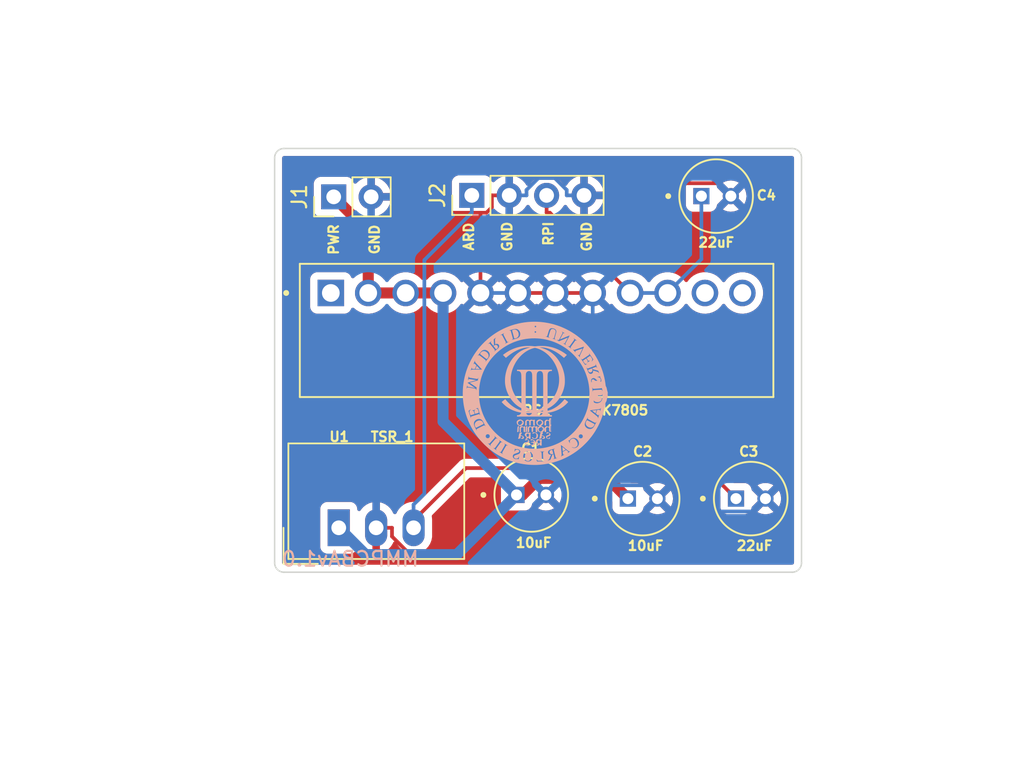
<source format=kicad_pcb>
(kicad_pcb (version 20211014) (generator pcbnew)
  (title_block (title "PCB_Alimentacion") (date "2023-06-17") (company "UC3M") (comment 1 "Placa para alimentar la Raspberry y el Arduino."))
  (layers (0 "F.Cu" signal) (31 "B.Cu" signal) (34 "B.Paste" user) (35 "F.Paste" user) (36 "B.SilkS" user "B.Silkscreen") (37 "F.SilkS" user "F.Silkscreen") (38 "B.Mask" user) (39 "F.Mask" user) (44 "Edge.Cuts" user))
  (net 0 "")
  (net 1 "PWR")
  (net 2 "GND")
  (net 3 "PWR_Arduino")
  (net 4 "PWR_Raspberry")
  (footprint "Converter_DCDC:Converter_DCDC_TRACO_TSR-1_THT" (layer "F.Cu") (at 118.9675 97.3825)
    (fp_text reference "U1" (at 0.0325 -6.1825) (layer "F.SilkS") (effects (font (size 0.65 0.65))))
    (fp_text value "TSR_1-2490")
    (pad "1" thru_hole rect (at 0 0) (size 1.5 2.5) (drill 1) (layers *.Cu *.Mask) (net 1 "PWR"))
    (pad "2" thru_hole oval (at 2.54 0) (size 1.5 2.5) (drill 1) (layers *.Cu *.Mask) (net 2 "GND"))
    (pad "3" thru_hole oval (at 5.08 0) (size 1.5 2.5) (drill 1) (layers *.Cu *.Mask) (net 3 "PWR_Arduino"))
  )
  (footprint "EEUFC1H150:CAPPRD200W50D500H1100" (layer "F.Cu") (at 144.5875 74.85)
    (fp_text reference "C4" (at 3.4125 -0.05) (layer "F.SilkS") (effects (font (size 0.65 0.65))))
    (fp_text value "EEUFC1H150")
    (pad "N" thru_hole circle locked (at 1 0) (size 1.1 1.1) (drill 0.75) (layers *.Cu *.Mask) (net 2 "GND"))
    (pad "P" thru_hole rect locked (at -1 0) (size 1.1 1.1) (drill 0.75) (layers *.Cu *.Mask) (net 4 "PWR_Raspberry"))
  )
  (footprint "K7805-3AR3:CONV_K7805-3AR3" (layer "F.Cu") (at 132.4 83.975)
    (fp_text reference "PS1" (at 0 5.425) (layer "F.SilkS") (effects (font (size 0.65 0.65))))
    (fp_text value "K7805-3AR3")
    (pad "1" thru_hole rect locked (at -13.97 -2.545) (size 1.8 1.8) (drill 1.2) (layers *.Cu *.Mask))
    (pad "2" thru_hole circle locked (at -11.43 -2.545) (size 1.8 1.8) (drill 1.2) (layers *.Cu *.Mask) (net 1 "PWR"))
    (pad "3" thru_hole circle locked (at -8.89 -2.545) (size 1.8 1.8) (drill 1.2) (layers *.Cu *.Mask) (net 1 "PWR"))
    (pad "4" thru_hole circle locked (at -6.35 -2.545) (size 1.8 1.8) (drill 1.2) (layers *.Cu *.Mask) (net 1 "PWR"))
    (pad "5" thru_hole circle locked (at -3.81 -2.545) (size 1.8 1.8) (drill 1.2) (layers *.Cu *.Mask) (net 2 "GND"))
    (pad "6" thru_hole circle locked (at -1.27 -2.545) (size 1.8 1.8) (drill 1.2) (layers *.Cu *.Mask) (net 2 "GND"))
    (pad "7" thru_hole circle locked (at 1.27 -2.545) (size 1.8 1.8) (drill 1.2) (layers *.Cu *.Mask) (net 2 "GND"))
    (pad "8" thru_hole circle locked (at 3.81 -2.545) (size 1.8 1.8) (drill 1.2) (layers *.Cu *.Mask) (net 2 "GND"))
    (pad "9" thru_hole circle locked (at 6.35 -2.545) (size 1.8 1.8) (drill 1.2) (layers *.Cu *.Mask) (net 4 "PWR_Raspberry"))
    (pad "10" thru_hole circle locked (at 8.89 -2.545) (size 1.8 1.8) (drill 1.2) (layers *.Cu *.Mask) (net 4 "PWR_Raspberry"))
    (pad "11" thru_hole circle locked (at 11.43 -2.545) (size 1.8 1.8) (drill 1.2) (layers *.Cu *.Mask))
    (pad "12" thru_hole circle locked (at 13.97 -2.545) (size 1.8 1.8) (drill 1.2) (layers *.Cu *.Mask))
  )
  (footprint "Connector_PinHeader_2.54mm:PinHeader_1x04_P2.54mm_Vertical" (layer "F.Cu") (at 128 74.8 90)
    (fp_text reference "J2" (at 0 -2.33 90) (layer "F.SilkS"))
    (fp_text value "Conn_01x04")
    (pad "1" thru_hole rect (at 0 0 90) (size 1.7 1.7) (drill 1) (layers *.Cu *.Mask) (net 3 "PWR_Arduino"))
    (pad "2" thru_hole oval (at 0 2.54 90) (size 1.7 1.7) (drill 1) (layers *.Cu *.Mask) (net 2 "GND"))
    (pad "3" thru_hole oval (at 0 5.08 90) (size 1.7 1.7) (drill 1) (layers *.Cu *.Mask) (net 4 "PWR_Raspberry"))
    (pad "4" thru_hole oval (at 0 7.62 90) (size 1.7 1.7) (drill 1) (layers *.Cu *.Mask) (net 2 "GND"))
  )
  (footprint "EEUFC1H150:CAPPRD200W50D500H1100" (layer "F.Cu") (at 146.9375 95.4)
    (fp_text reference "C3" (at -0.1375 -3.2) (layer "F.SilkS") (effects (font (size 0.65 0.65))))
    (fp_text value "EEUFC1H150")
    (pad "N" thru_hole circle locked (at 1 0) (size 1.1 1.1) (drill 0.75) (layers *.Cu *.Mask) (net 2 "GND"))
    (pad "P" thru_hole rect locked (at -1 0) (size 1.1 1.1) (drill 0.75) (layers *.Cu *.Mask) (net 3 "PWR_Arduino"))
  )
  (footprint "EEUFC1H150:CAPPRD200W50D500H1100" (layer "F.Cu") (at 139.6 95.4)
    (fp_text reference "C2" (at 0 -3.2) (layer "F.SilkS") (effects (font (size 0.65 0.65))))
    (fp_text value "EEUFC1H150")
    (pad "N" thru_hole circle locked (at 1 0) (size 1.1 1.1) (drill 0.75) (layers *.Cu *.Mask) (net 2 "GND"))
    (pad "P" thru_hole rect locked (at -1 0) (size 1.1 1.1) (drill 0.75) (layers *.Cu *.Mask) (net 1 "PWR"))
  )
  (footprint "Connector_PinHeader_2.54mm:PinHeader_1x02_P2.54mm_Vertical" (layer "F.Cu") (at 118.625 74.9 90)
    (fp_text reference "J1" (at 0 -2.33 90) (layer "F.SilkS"))
    (fp_text value "Conn_01x02")
    (pad "1" thru_hole rect (at 0 0 90) (size 1.7 1.7) (drill 1) (layers *.Cu *.Mask) (net 1 "PWR"))
    (pad "2" thru_hole oval (at 0 2.54 90) (size 1.7 1.7) (drill 1) (layers *.Cu *.Mask) (net 2 "GND"))
  )
  (footprint "EEUFC1H150:CAPPRD200W50D500H1100" (layer "F.Cu") (at 132.0375 95.15)
    (fp_text reference "C1" (at -0.0375 -3.15) (layer "F.SilkS") (effects (font (size 0.65 0.65))))
    (fp_text value "EEUFC1H150")
    (pad "N" thru_hole circle locked (at 1 0) (size 1.1 1.1) (drill 0.75) (layers *.Cu *.Mask) (net 2 "GND"))
    (pad "P" thru_hole rect locked (at -1 0) (size 1.1 1.1) (drill 0.75) (layers *.Cu *.Mask) (net 1 "PWR"))
  )
  (footprint "Logo:Logo2" (layer "B.Cu") (at 132.25 88.25 180)
    (fp_text reference "G" (at -4.354193 -0.133442) (layer "B.SilkS") (effects (font (size 1.524 1.524) (thickness 0.3)) (justify mirror)))
    (fp_text value "L" hide)
  )
  (gr_arc (start 149.750987 71.614013) (mid 150.2 71.8) (end 150.385987 72.249013) (layer "Edge.Cuts") (width 0.1))
  (gr_arc (start 115.249013 100.4) (mid 114.8 100.214013) (end 114.614013 99.765) (layer "Edge.Cuts") (width 0.1))
  (gr_line (start 114.614013 99.765) (end 114.614013 72.249013) (layer "Edge.Cuts") (width 0.1))
  (gr_line (start 149.750987 100.4) (end 115.249013 100.4) (layer "Edge.Cuts") (width 0.1))
  (gr_arc (start 114.614013 72.249013) (mid 114.8 71.8) (end 115.249013 71.614013) (layer "Edge.Cuts") (width 0.1))
  (gr_line (start 150.385987 72.249013) (end 150.385987 99.765) (layer "Edge.Cuts") (width 0.1))
  (gr_line (start 149.750987 71.614013) (end 115.249013 71.614013) (layer "Edge.Cuts") (width 0.1))
  (gr_arc (start 150.385987 99.765) (mid 150.2 100.214013) (end 149.750987 100.4) (layer "Edge.Cuts") (width 0.1))
  (gr_text "MMPCBAv1.0" (at 119.75 99.5) (layer "B.SilkS") (effects (font (size 1 1)) (justify mirror)))
  (gr_text "PWR" (at 118.625 77.8 90) (layer "F.SilkS") (effects (font (size 0.65 0.65))))
  (gr_text "RPI" (at 133.2 77.4 90) (layer "F.SilkS") (effects (font (size 0.65 0.65))))
  (gr_text "GND" (at 130.4 77.6 90) (layer "F.SilkS") (effects (font (size 0.65 0.65))))
  (gr_text "ARD" (at 127.8 77.6 90) (layer "F.SilkS") (effects (font (size 0.65 0.65))))
  (gr_text "GND" (at 121.4 77.8 90) (layer "F.SilkS") (effects (font (size 0.65 0.65))))
  (gr_text "22uF" (at 147.2 98.6) (layer "F.SilkS") (effects (font (size 0.65 0.65))))
  (gr_text "10uF" (at 132.2 98.4) (layer "F.SilkS") (effects (font (size 0.65 0.65))))
  (gr_text "22uF" (at 144.6 78) (layer "F.SilkS") (effects (font (size 0.65 0.65))))
  (gr_text "K7805" (at 138.4 89.4) (layer "F.SilkS") (effects (font (size 0.65 0.65))))
  (gr_text "GND" (at 135.8 77.6 90) (layer "F.SilkS") (effects (font (size 0.65 0.65))))
  (gr_text "10uF" (at 139.8 98.6) (layer "F.SilkS") (effects (font (size 0.65 0.65))))
  (gr_text "TSR_1" (at 122.6 91.2) (layer "F.SilkS") (effects (font (size 0.65 0.65))))
  (segment (start 120.97 77.245) (end 120.97 81.43) (width 0.75) (layer "F.Cu") (net 1))
  (segment (start 137.225489 94.025489) (end 138.6 95.4) (width 0.75) (layer "F.Cu") (net 1))
  (segment (start 120.97 81.43) (end 123.51 81.43) (width 0.75) (layer "F.Cu") (net 1))
  (segment (start 118.625 74.9) (end 120.97 77.245) (width 0.75) (layer "F.Cu") (net 1))
  (segment (start 123.51 81.43) (end 126.05 81.43) (width 0.75) (layer "F.Cu") (net 1))
  (segment (start 131.4472 95.15) (end 132.571711 94.025489) (width 0.75) (layer "F.Cu") (net 1))
  (segment (start 132.571711 94.025489) (end 137.225489 94.025489) (width 0.75) (layer "F.Cu") (net 1))
  (segment (start 131.0375 95.15) (end 131.4472 95.15) (width 0.75) (layer "F.Cu") (net 1))
  (segment (start 126.05 81.43) (end 126.05 90.1625) (width 0.75) (layer "B.Cu") (net 1))
  (segment (start 126.98048 99.20702) (end 131.0375 95.15) (width 0.75) (layer "B.Cu") (net 1))
  (segment (start 118.9675 97.3825) (end 120.79202 99.20702) (width 0.75) (layer "B.Cu") (net 1))
  (segment (start 120.79202 99.20702) (end 126.98048 99.20702) (width 0.75) (layer "B.Cu") (net 1))
  (segment (start 126.05 90.1625) (end 131.0375 95.15) (width 0.75) (layer "B.Cu") (net 1))
  (segment (start 144.7122 73.9747) (end 137.6206 73.9747) (width 0.25) (layer "F.Cu") (net 2))
  (segment (start 133.0375 95.15) (end 129.225 98.9625) (width 0.25) (layer "F.Cu") (net 2))
  (segment (start 136.21 81.43) (end 133.67 81.43) (width 0.25) (layer "F.Cu") (net 2))
  (segment (start 133.67 81.43) (end 131.13 81.43) (width 0.25) (layer "F.Cu") (net 2))
  (segment (start 122.5828 97.9706) (end 122.5828 97.3825) (width 0.25) (layer "F.Cu") (net 2))
  (segment (start 121.165 74.9) (end 122.3403 74.9) (width 0.25) (layer "F.Cu") (net 2))
  (segment (start 121.5075 97.3825) (end 122.5828 97.3825) (width 0.25) (layer "F.Cu") (net 2))
  (segment (start 128.59 81.43) (end 128.59 75.9794) (width 0.25) (layer "F.Cu") (net 2))
  (segment (start 130.54 74.8) (end 129.3647 74.8) (width 0.25) (layer "F.Cu") (net 2))
  (segment (start 129.3647 74.8) (end 129.3647 75.608) (width 0.25) (layer "F.Cu") (net 2))
  (segment (start 129.225 98.9625) (end 123.5747 98.9625) (width 0.25) (layer "F.Cu") (net 2))
  (segment (start 145.5875 74.85) (end 144.7122 73.9747) (width 0.25) (layer "F.Cu") (net 2))
  (segment (start 123.4197 75.9794) (end 122.3403 74.9) (width 0.25) (layer "F.Cu") (net 2))
  (segment (start 128.9933 75.9794) (end 128.59 75.9794) (width 0.25) (layer "F.Cu") (net 2))
  (segment (start 135.62 74.8) (end 136.7953 74.8) (width 0.25) (layer "F.Cu") (net 2))
  (segment (start 137.6206 73.9747) (end 136.7953 74.8) (width 0.25) (layer "F.Cu") (net 2))
  (segment (start 128.59 75.9794) (end 123.4197 75.9794) (width 0.25) (layer "F.Cu") (net 2))
  (segment (start 123.5747 98.9625) (end 122.5828 97.9706) (width 0.25) (layer "F.Cu") (net 2))
  (segment (start 129.3647 75.608) (end 128.9933 75.9794) (width 0.25) (layer "F.Cu") (net 2))
  (segment (start 130.54 74.8) (end 131.7153 74.8) (width 0.25) (layer "B.Cu") (net 2))
  (segment (start 133.6931 94.4944) (end 136.21 94.4944) (width 0.25) (layer "B.Cu") (net 2))
  (segment (start 136.21 94.4944) (end 139.6944 94.4944) (width 0.25) (layer "B.Cu") (net 2))
  (segment (start 134.4447 74.8) (end 134.4447 74.4327) (width 0.25) (layer "B.Cu") (net 2))
  (segment (start 132.5232 73.6247) (end 131.7153 74.4326) (width 0.25) (layer "B.Cu") (net 2))
  (segment (start 135.62 74.8) (end 134.4447 74.8) (width 0.25) (layer "B.Cu") (net 2))
  (segment (start 128.59 81.43) (end 131.13 81.43) (width 0.25) (layer "B.Cu") (net 2))
  (segment (start 147.0621 96.2754) (end 141.4754 96.2754) (width 0.25) (layer "B.Cu") (net 2))
  (segment (start 133.0375 95.15) (end 133.6931 94.4944) (width 0.25) (layer "B.Cu") (net 2))
  (segment (start 131.7153 74.4326) (end 131.7153 74.8) (width 0.25) (layer "B.Cu") (net 2))
  (segment (start 147.9375 95.4) (end 147.0621 96.2754) (width 0.25) (layer "B.Cu") (net 2))
  (segment (start 139.6944 94.4944) (end 140.6 95.4) (width 0.25) (layer "B.Cu") (net 2))
  (segment (start 133.6367 73.6247) (end 132.5232 73.6247) (width 0.25) (layer "B.Cu") (net 2))
  (segment (start 134.4447 74.4327) (end 133.6367 73.6247) (width 0.25) (layer "B.Cu") (net 2))
  (segment (start 141.4754 96.2754) (end 140.6 95.4) (width 0.25) (layer "B.Cu") (net 2))
  (segment (start 136.21 94.4944) (end 136.21 81.43) (width 0.25) (layer "B.Cu") (net 2))
  (segment (start 143.863479 93.325979) (end 127.604021 93.325979) (width 0.25) (layer "F.Cu") (net 3))
  (segment (start 127.604021 93.325979) (end 124.0475 96.8825) (width 0.25) (layer "F.Cu") (net 3))
  (segment (start 124.0475 96.8825) (end 124.0475 97.3825) (width 0.25) (layer "F.Cu") (net 3))
  (segment (start 145.9375 95.4) (end 143.863479 93.325979) (width 0.25) (layer "F.Cu") (net 3))
  (segment (start 124.0475 95.8072) (end 124.78 95.0747) (width 0.25) (layer "B.Cu") (net 3))
  (segment (start 124.78 95.0747) (end 124.78 79.1953) (width 0.25) (layer "B.Cu") (net 3))
  (segment (start 124.78 79.1953) (end 128 75.9753) (width 0.25) (layer "B.Cu") (net 3))
  (segment (start 128 74.8) (end 128 75.9753) (width 0.25) (layer "B.Cu") (net 3))
  (segment (start 124.0475 97.3825) (end 124.0475 95.8072) (width 0.25) (layer "B.Cu") (net 3))
  (segment (start 138.75 81.43) (end 133.2953 75.9753) (width 0.25) (layer "F.Cu") (net 4))
  (segment (start 133.08 74.8) (end 133.08 75.9753) (width 0.25) (layer "F.Cu") (net 4))
  (segment (start 133.2953 75.9753) (end 133.08 75.9753) (width 0.25) (layer "F.Cu") (net 4))
  (segment (start 143.5875 79.1325) (end 141.29 81.43) (width 0.25) (layer "B.Cu") (net 4))
  (segment (start 143.5875 74.85) (end 143.5875 79.1325) (width 0.25) (layer "B.Cu") (net 4))
  (segment (start 141.29 81.43) (end 138.75 81.43) (width 0.25) (layer "B.Cu") (net 4))
  (zone (net 2) (net_name "GND") (layer "F.Cu") (connect_pads (clearance 0.508)) (min_thickness 0.254) (fill yes (thermal_gap 0.508) (thermal_bridge_width 0.508))
    (polygon (pts (xy 154.6 68.4) (xy 157.2 104) (xy 108.2 105) (xy 108.8 67.4)))
  )
  (zone (net 2) (net_name "GND") (layer "B.Cu") (connect_pads (clearance 0.508)) (min_thickness 0.254) (fill yes (thermal_gap 0.508) (thermal_bridge_width 0.508))
    (polygon (pts (xy 156.6 66) (xy 158.2 107) (xy 107 107.6) (xy 107.4 64.8)))
  )
)
</source>
